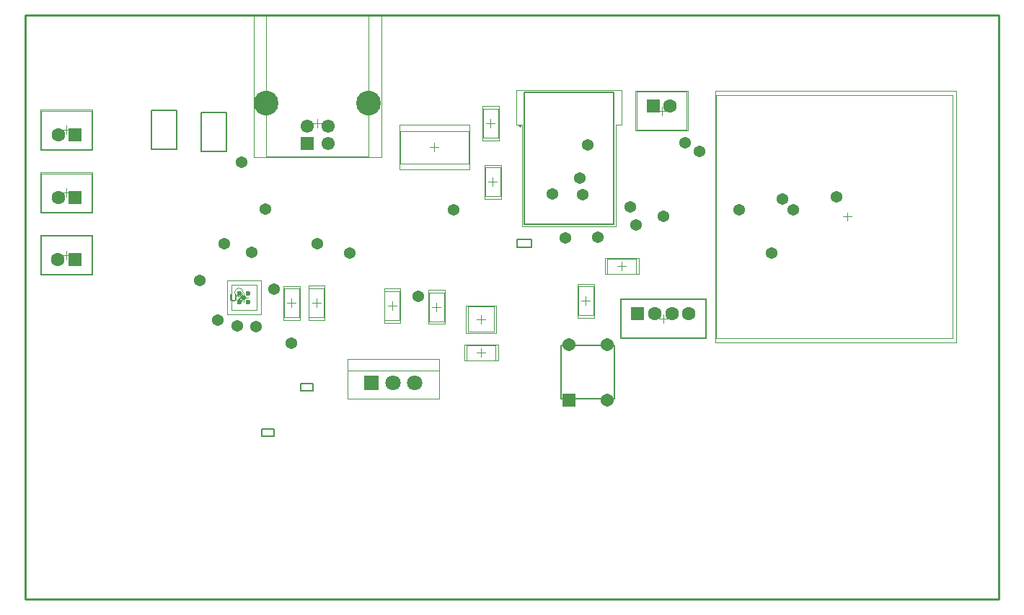
<source format=gbs>
G04*
G04 #@! TF.GenerationSoftware,Altium Limited,Altium Designer,21.0.9 (235)*
G04*
G04 Layer_Color=16711935*
%FSLAX25Y25*%
%MOIN*%
G70*
G04*
G04 #@! TF.SameCoordinates,D1A995C4-E234-4582-B38A-79D50AB79B9C*
G04*
G04*
G04 #@! TF.FilePolarity,Negative*
G04*
G01*
G75*
%ADD11C,0.00787*%
%ADD13C,0.00500*%
%ADD14C,0.01000*%
%ADD15C,0.00630*%
%ADD16C,0.00394*%
%ADD17C,0.00197*%
%ADD40C,0.06299*%
%ADD41R,0.06299X0.06299*%
%ADD42C,0.06102*%
%ADD43R,0.06102X0.06102*%
%ADD44C,0.11417*%
%ADD45R,0.06063X0.06063*%
%ADD46C,0.06063*%
%ADD47R,0.07087X0.07087*%
%ADD48C,0.07087*%
%ADD49C,0.05394*%
%ADD50C,0.02362*%
D11*
X487618Y332618D02*
Y357382D01*
X512382D01*
Y332618D02*
Y357382D01*
X487618Y332618D02*
X512382D01*
X349291Y318772D02*
X354803D01*
Y315228D02*
Y318772D01*
X349291Y315228D02*
X354803D01*
X349291D02*
Y318772D01*
X367244Y339772D02*
X372756D01*
Y336228D02*
Y339772D01*
X367244Y336228D02*
X372756D01*
X367244D02*
Y339772D01*
X467154Y402728D02*
Y406272D01*
Y402728D02*
X473846D01*
Y406272D01*
X467154D02*
X473846D01*
X321252Y446945D02*
X332748D01*
Y465055D01*
X321252D02*
X332748D01*
X321252Y446945D02*
Y465055D01*
X298252Y447945D02*
X309748D01*
Y466055D01*
X298252D02*
X309748D01*
X298252Y447945D02*
Y466055D01*
X468992Y458756D02*
G03*
X468992Y458756I-394J0D01*
G01*
D13*
X470567Y474504D02*
X511905D01*
Y413480D02*
Y474504D01*
X470567Y413480D02*
X511905D01*
X470567D02*
Y474504D01*
D14*
X240000Y510000D02*
X690000D01*
Y240000D02*
Y510000D01*
X240000Y240000D02*
X690000D01*
X240000D02*
Y510000D01*
D15*
X335000Y381074D02*
Y378450D01*
X335525Y377925D01*
X336574D01*
X337099Y378450D01*
Y381074D01*
X340248Y377925D02*
X338149D01*
X340248Y380024D01*
Y380549D01*
X339723Y381074D01*
X338673D01*
X338149Y380549D01*
D16*
X340606Y381862D02*
G03*
X340606Y381862I-1969J0D01*
G01*
X247386Y465858D02*
X270614D01*
X247386Y448142D02*
Y465858D01*
X270614Y448142D02*
Y465858D01*
X247386Y448142D02*
X270614D01*
X247386Y436858D02*
X270614D01*
X247386Y419142D02*
Y436858D01*
X270614Y419142D02*
Y436858D01*
X247386Y419142D02*
X270614D01*
X559130Y360596D02*
Y473195D01*
X668577Y360596D02*
Y473195D01*
X559130Y360596D02*
X668577D01*
X559130Y473195D02*
X668577D01*
X515323Y360976D02*
X554299D01*
X515323D02*
Y378693D01*
X554299Y360976D02*
Y378693D01*
X515323D02*
X554299D01*
X351299Y444783D02*
X398701D01*
Y509744D01*
X351299D02*
X398701D01*
X351299Y444783D02*
Y509744D01*
X444594Y363594D02*
Y375405D01*
X456405D01*
Y363594D02*
Y375405D01*
X444594Y363594D02*
X456405D01*
X444594Y375406D02*
X456406D01*
Y363594D02*
Y375406D01*
X444594Y363594D02*
X456406D01*
X444594D02*
Y375406D01*
X495457Y371307D02*
Y384693D01*
X502543Y371307D02*
Y384693D01*
X495457Y371307D02*
X502543D01*
X495457Y384693D02*
X502543D01*
X413252Y441520D02*
X444748D01*
X413252D02*
Y456480D01*
X444748D01*
Y441520D02*
Y456480D01*
X443992Y357543D02*
X457378D01*
X443992Y350457D02*
X457378D01*
X443992D02*
Y357543D01*
X457378Y350457D02*
Y357543D01*
X426457Y368492D02*
Y381878D01*
X433543Y368492D02*
Y381878D01*
X426457Y368492D02*
X433543D01*
X426457Y381878D02*
X433543D01*
X405957Y368992D02*
Y382378D01*
X413043Y368992D02*
Y382378D01*
X405957Y368992D02*
X413043D01*
X405957Y382378D02*
X413043D01*
X366543Y370260D02*
Y383646D01*
X359457Y370260D02*
Y383646D01*
X366543D01*
X359457Y370260D02*
X366543D01*
X378043Y370354D02*
Y383740D01*
X370957Y370354D02*
Y383740D01*
X378043D01*
X370957Y370354D02*
X378043D01*
X458543Y453354D02*
Y466740D01*
X451457Y453354D02*
Y466740D01*
X458543D01*
X451457Y453354D02*
X458543D01*
X508992Y390457D02*
X522378D01*
X508992Y397543D02*
X522378D01*
Y390457D02*
Y397543D01*
X508992Y390457D02*
Y397543D01*
X452457Y426307D02*
Y439693D01*
X459543Y426307D02*
Y439693D01*
X452457Y426307D02*
X459543D01*
X452457Y439693D02*
X459543D01*
X335094Y373594D02*
X346906D01*
X335094Y385406D02*
X346906D01*
Y373594D02*
Y385406D01*
X335094Y373594D02*
Y385406D01*
X388937Y345709D02*
X431063D01*
X388937Y332717D02*
X431063D01*
Y351220D01*
X388937Y332717D02*
Y351220D01*
X431063D01*
X247323Y390307D02*
X270551D01*
Y408024D01*
X247323Y390307D02*
Y408024D01*
X270551D01*
X522449Y474693D02*
X545677D01*
X522449Y456976D02*
Y474693D01*
X545677Y456976D02*
Y474693D01*
X522449Y456976D02*
X545677D01*
X259000Y455031D02*
Y458968D01*
X257031Y457000D02*
X260968D01*
X259000Y426031D02*
Y429968D01*
X257031Y428000D02*
X260968D01*
X617939Y416896D02*
X621876D01*
X619907Y414927D02*
Y418864D01*
X534811Y367866D02*
Y371803D01*
X532843Y369835D02*
X536780D01*
X375000Y458032D02*
Y461969D01*
X373031Y460000D02*
X376969D01*
X450500Y367532D02*
Y371469D01*
X448532Y369500D02*
X452469D01*
X497032Y378000D02*
X500969D01*
X499000Y376032D02*
Y379969D01*
X495260Y370126D02*
Y385874D01*
X502740Y370126D02*
Y385874D01*
X495260Y370126D02*
X502740D01*
X495260Y385874D02*
X502740D01*
X427032Y449000D02*
X430969D01*
X429000Y447032D02*
Y450969D01*
X450685Y352031D02*
Y355969D01*
X448717Y354000D02*
X452654D01*
X442811Y357740D02*
X458559D01*
X442811Y350260D02*
X458559D01*
X442811D02*
Y357740D01*
X458559Y350260D02*
Y357740D01*
X428032Y375185D02*
X431969D01*
X430000Y373217D02*
Y377154D01*
X426260Y367311D02*
Y383059D01*
X433740Y367311D02*
Y383059D01*
X426260Y367311D02*
X433740D01*
X426260Y383059D02*
X433740D01*
X407532Y375685D02*
X411469D01*
X409500Y373717D02*
Y377654D01*
X405760Y367811D02*
Y383559D01*
X413240Y367811D02*
Y383559D01*
X405760Y367811D02*
X413240D01*
X405760Y383559D02*
X413240D01*
X361032Y376953D02*
X364969D01*
X363000Y374984D02*
Y378921D01*
X366740Y369079D02*
Y384827D01*
X359260Y369079D02*
Y384827D01*
X366740D01*
X359260Y369079D02*
X366740D01*
X372532Y377047D02*
X376469D01*
X374500Y375079D02*
Y379016D01*
X378240Y369173D02*
Y384921D01*
X370760Y369173D02*
Y384921D01*
X378240D01*
X370760Y369173D02*
X378240D01*
X453032Y460047D02*
X456969D01*
X455000Y458079D02*
Y462016D01*
X458740Y452173D02*
Y467921D01*
X451260Y452173D02*
Y467921D01*
X458740D01*
X451260Y452173D02*
X458740D01*
X515685Y392032D02*
Y395969D01*
X513717Y394000D02*
X517654D01*
X507811Y390260D02*
X523559D01*
X507811Y397740D02*
X523559D01*
Y390260D02*
Y397740D01*
X507811Y390260D02*
Y397740D01*
X454032Y433000D02*
X457969D01*
X456000Y431032D02*
Y434969D01*
X452260Y425126D02*
Y440874D01*
X459740Y425126D02*
Y440874D01*
X452260Y425126D02*
X459740D01*
X452260Y440874D02*
X459740D01*
X341000Y377532D02*
Y381469D01*
X339032Y379500D02*
X342969D01*
X408031Y340000D02*
X411969D01*
X410000Y338031D02*
Y341968D01*
X256968Y399165D02*
X260905D01*
X258937Y397197D02*
Y401134D01*
X532094Y465835D02*
X536031D01*
X534063Y463866D02*
Y467803D01*
D17*
X246992Y466252D02*
X271008D01*
X246992Y447748D02*
Y466252D01*
X271008Y447748D02*
Y466252D01*
X246992Y447748D02*
X271008D01*
X246992Y437252D02*
X271008D01*
X246992Y418748D02*
Y437252D01*
X271008Y418748D02*
Y437252D01*
X246992Y418748D02*
X271008D01*
X558734Y358777D02*
Y474915D01*
Y358777D02*
X670153D01*
Y474915D01*
X558734D02*
X670153D01*
X514929Y360583D02*
X554693D01*
X514929D02*
Y379087D01*
X554693Y360583D02*
Y379087D01*
X514929D02*
X554693D01*
X345394Y444390D02*
Y510138D01*
X404606D01*
Y444390D02*
Y510138D01*
X345394Y444390D02*
X404606D01*
X443610Y375799D02*
X457390D01*
Y363201D02*
Y375799D01*
X443610Y363201D02*
X457390D01*
X443610D02*
Y375799D01*
X412858Y438567D02*
X445142D01*
X412858D02*
Y459433D01*
X445142D01*
Y438567D02*
Y459433D01*
X466827Y459543D02*
X469583D01*
X466827D02*
Y475488D01*
X515646D01*
Y459543D02*
Y475488D01*
X512890Y459543D02*
X515646D01*
X512890Y412496D02*
Y459543D01*
X469583Y412496D02*
X512890D01*
X469583D02*
Y459543D01*
X333126Y371626D02*
X348874D01*
X333126Y387374D02*
X348874D01*
Y371626D02*
Y387374D01*
X333126Y371626D02*
Y387374D01*
X246929Y389913D02*
X270945D01*
Y408417D01*
X246929Y389913D02*
Y408417D01*
X270945D01*
X522055Y475087D02*
X546071D01*
X522055Y456583D02*
Y475087D01*
X546071Y456583D02*
Y475087D01*
X522055Y456583D02*
X546071D01*
D40*
X255063Y454835D02*
D03*
Y425835D02*
D03*
X538748Y372000D02*
D03*
X530874D02*
D03*
X546622D02*
D03*
X255000Y397000D02*
D03*
X538000Y468000D02*
D03*
D41*
X262937Y454835D02*
D03*
Y425835D02*
D03*
X523000Y372000D02*
D03*
X262874Y397000D02*
D03*
X530126Y468000D02*
D03*
D42*
X370079Y458602D02*
D03*
X379921D02*
D03*
Y450728D02*
D03*
D43*
X370079D02*
D03*
D44*
X351299Y469272D02*
D03*
X398701D02*
D03*
D45*
X491142Y332205D02*
D03*
D46*
Y357795D02*
D03*
X508858Y332205D02*
D03*
Y357795D02*
D03*
D47*
X400000Y340000D02*
D03*
D48*
X410000D02*
D03*
X420000D02*
D03*
D49*
X421500Y380000D02*
D03*
X332000Y404500D02*
D03*
X355000Y383500D02*
D03*
X338000Y366500D02*
D03*
X340000Y442000D02*
D03*
X320500Y387500D02*
D03*
X344500Y400500D02*
D03*
X351000Y420500D02*
D03*
X346500Y366000D02*
D03*
X363000Y358500D02*
D03*
X329000Y369000D02*
D03*
X504500Y407500D02*
D03*
X522333Y413177D02*
D03*
X438000Y420000D02*
D03*
X489500Y407000D02*
D03*
X390000Y400000D02*
D03*
X535000Y417000D02*
D03*
X595000Y420000D02*
D03*
X615000Y425921D02*
D03*
X590000Y425000D02*
D03*
X585000Y400000D02*
D03*
X496308Y434692D02*
D03*
X545000Y451000D02*
D03*
X551500Y447000D02*
D03*
X519459Y421500D02*
D03*
X483459Y427500D02*
D03*
X497500Y427000D02*
D03*
X375000Y404500D02*
D03*
X500000Y450000D02*
D03*
X570000Y420000D02*
D03*
D50*
X341000Y379500D02*
D03*
X342969Y377532D02*
D03*
Y381469D02*
D03*
X339032D02*
D03*
Y377532D02*
D03*
M02*

</source>
